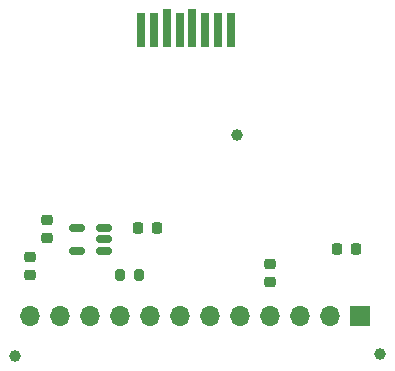
<source format=gbr>
%TF.GenerationSoftware,KiCad,Pcbnew,7.0.7*%
%TF.CreationDate,2023-10-03T14:25:23+02:00*%
%TF.ProjectId,emmc-adapter,656d6d63-2d61-4646-9170-7465722e6b69,rev?*%
%TF.SameCoordinates,Original*%
%TF.FileFunction,Soldermask,Bot*%
%TF.FilePolarity,Negative*%
%FSLAX46Y46*%
G04 Gerber Fmt 4.6, Leading zero omitted, Abs format (unit mm)*
G04 Created by KiCad (PCBNEW 7.0.7) date 2023-10-03 14:25:23*
%MOMM*%
%LPD*%
G01*
G04 APERTURE LIST*
G04 Aperture macros list*
%AMRoundRect*
0 Rectangle with rounded corners*
0 $1 Rounding radius*
0 $2 $3 $4 $5 $6 $7 $8 $9 X,Y pos of 4 corners*
0 Add a 4 corners polygon primitive as box body*
4,1,4,$2,$3,$4,$5,$6,$7,$8,$9,$2,$3,0*
0 Add four circle primitives for the rounded corners*
1,1,$1+$1,$2,$3*
1,1,$1+$1,$4,$5*
1,1,$1+$1,$6,$7*
1,1,$1+$1,$8,$9*
0 Add four rect primitives between the rounded corners*
20,1,$1+$1,$2,$3,$4,$5,0*
20,1,$1+$1,$4,$5,$6,$7,0*
20,1,$1+$1,$6,$7,$8,$9,0*
20,1,$1+$1,$8,$9,$2,$3,0*%
G04 Aperture macros list end*
%ADD10C,1.000000*%
%ADD11R,0.800000X2.900000*%
%ADD12R,0.800000X3.200000*%
%ADD13R,1.700000X1.700000*%
%ADD14O,1.700000X1.700000*%
%ADD15RoundRect,0.225000X0.250000X-0.225000X0.250000X0.225000X-0.250000X0.225000X-0.250000X-0.225000X0*%
%ADD16RoundRect,0.200000X0.200000X0.275000X-0.200000X0.275000X-0.200000X-0.275000X0.200000X-0.275000X0*%
%ADD17RoundRect,0.225000X-0.225000X-0.250000X0.225000X-0.250000X0.225000X0.250000X-0.225000X0.250000X0*%
%ADD18RoundRect,0.218750X0.218750X0.256250X-0.218750X0.256250X-0.218750X-0.256250X0.218750X-0.256250X0*%
%ADD19RoundRect,0.150000X0.512500X0.150000X-0.512500X0.150000X-0.512500X-0.150000X0.512500X-0.150000X0*%
G04 APERTURE END LIST*
D10*
%TO.C,FID1*%
X134700000Y-81000000D03*
%TD*%
%TO.C,FID2*%
X103800000Y-81200000D03*
%TD*%
%TO.C,FID3*%
X122600000Y-62450000D03*
%TD*%
D11*
%TO.C,J1*%
X122100000Y-53550000D03*
X121000000Y-53550000D03*
X119900000Y-53550000D03*
D12*
X118800000Y-53400000D03*
D11*
X117700000Y-53550000D03*
D12*
X116600000Y-53400000D03*
D11*
X115500000Y-53550000D03*
X114400000Y-53550000D03*
%TD*%
D13*
%TO.C,J2*%
X132975000Y-77750000D03*
D14*
X130435000Y-77750000D03*
X127895000Y-77750000D03*
X125355000Y-77750000D03*
X122815000Y-77750000D03*
X120275000Y-77750000D03*
X117735000Y-77750000D03*
X115195000Y-77750000D03*
X112655000Y-77750000D03*
X110115000Y-77750000D03*
X107575000Y-77750000D03*
X105035000Y-77750000D03*
%TD*%
D15*
%TO.C,C1*%
X125350000Y-74900000D03*
X125350000Y-73350000D03*
%TD*%
D16*
%TO.C,R1*%
X114300000Y-74300000D03*
X112650000Y-74300000D03*
%TD*%
D17*
%TO.C,C2*%
X114225000Y-70350000D03*
X115775000Y-70350000D03*
%TD*%
D18*
%TO.C,D1*%
X132613500Y-72136000D03*
X131038500Y-72136000D03*
%TD*%
D15*
%TO.C,C3*%
X106500000Y-71200000D03*
X106500000Y-69650000D03*
%TD*%
%TO.C,C4*%
X105050000Y-74350000D03*
X105050000Y-72800000D03*
%TD*%
D19*
%TO.C,U1*%
X111275000Y-70350000D03*
X111275000Y-71300000D03*
X111275000Y-72250000D03*
X109000000Y-72250000D03*
X109000000Y-70350000D03*
%TD*%
M02*

</source>
